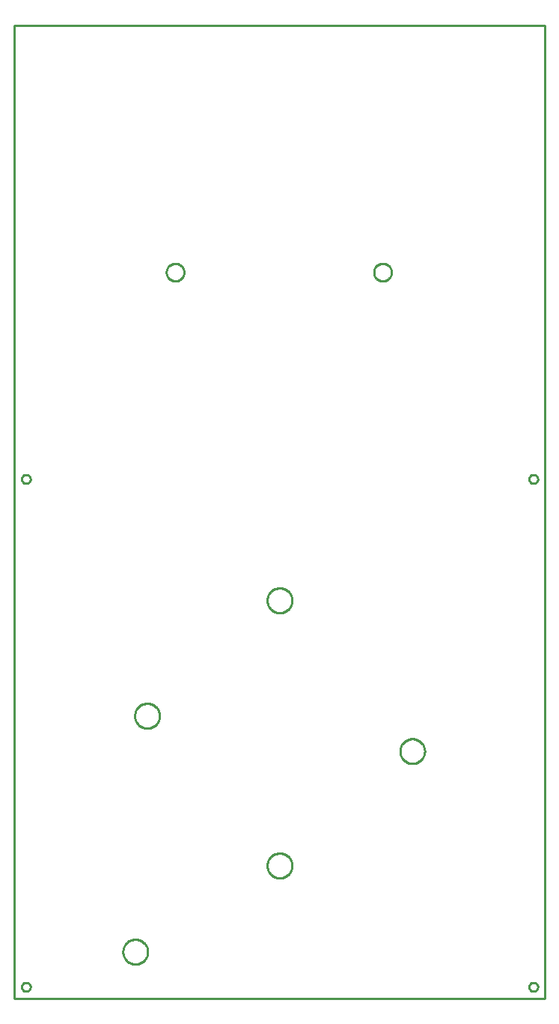
<source format=gbr>
G04 EAGLE Gerber RS-274X export*
G75*
%MOMM*%
%FSLAX34Y34*%
%LPD*%
%IN*%
%IPPOS*%
%AMOC8*
5,1,8,0,0,1.08239X$1,22.5*%
G01*
%ADD10C,0.254000*%


D10*
X0Y0D02*
X600020Y0D01*
X600020Y1100000D01*
X0Y1099800D01*
X0Y0D01*
X150790Y53224D02*
X150719Y54222D01*
X150576Y55211D01*
X150364Y56189D01*
X150082Y57148D01*
X149733Y58085D01*
X149317Y58995D01*
X148838Y59872D01*
X148297Y60714D01*
X147698Y61514D01*
X147043Y62270D01*
X146336Y62977D01*
X145580Y63632D01*
X144780Y64231D01*
X143938Y64772D01*
X143061Y65251D01*
X142151Y65667D01*
X141214Y66016D01*
X140255Y66298D01*
X139277Y66510D01*
X138288Y66653D01*
X137290Y66724D01*
X136290Y66724D01*
X135293Y66653D01*
X134303Y66510D01*
X133326Y66298D01*
X132366Y66016D01*
X131429Y65667D01*
X130519Y65251D01*
X129642Y64772D01*
X128800Y64231D01*
X128000Y63632D01*
X127244Y62977D01*
X126537Y62270D01*
X125882Y61514D01*
X125283Y60714D01*
X124742Y59872D01*
X124263Y58995D01*
X123847Y58085D01*
X123498Y57148D01*
X123216Y56189D01*
X123004Y55211D01*
X122861Y54222D01*
X122790Y53224D01*
X122790Y52224D01*
X122861Y51227D01*
X123004Y50237D01*
X123216Y49260D01*
X123498Y48300D01*
X123847Y47363D01*
X124263Y46453D01*
X124742Y45576D01*
X125283Y44734D01*
X125882Y43934D01*
X126537Y43178D01*
X127244Y42471D01*
X128000Y41816D01*
X128800Y41217D01*
X129642Y40676D01*
X130519Y40197D01*
X131429Y39781D01*
X132366Y39432D01*
X133326Y39150D01*
X134303Y38938D01*
X135293Y38795D01*
X136290Y38724D01*
X137290Y38724D01*
X138288Y38795D01*
X139277Y38938D01*
X140255Y39150D01*
X141214Y39432D01*
X142151Y39781D01*
X143061Y40197D01*
X143938Y40676D01*
X144780Y41217D01*
X145580Y41816D01*
X146336Y42471D01*
X147043Y43178D01*
X147698Y43934D01*
X148297Y44734D01*
X148838Y45576D01*
X149317Y46453D01*
X149733Y47363D01*
X150082Y48300D01*
X150364Y49260D01*
X150576Y50237D01*
X150719Y51227D01*
X150790Y52224D01*
X150790Y53224D01*
X191850Y820368D02*
X191774Y819499D01*
X191622Y818639D01*
X191396Y817795D01*
X191098Y816975D01*
X190729Y816183D01*
X190292Y815427D01*
X189791Y814712D01*
X189230Y814043D01*
X188612Y813425D01*
X187943Y812864D01*
X187228Y812363D01*
X186472Y811926D01*
X185680Y811557D01*
X184860Y811259D01*
X184016Y811033D01*
X183157Y810881D01*
X182287Y810805D01*
X181413Y810805D01*
X180544Y810881D01*
X179684Y811033D01*
X178840Y811259D01*
X178020Y811557D01*
X177228Y811926D01*
X176472Y812363D01*
X175757Y812864D01*
X175088Y813425D01*
X174470Y814043D01*
X173909Y814712D01*
X173408Y815427D01*
X172971Y816183D01*
X172602Y816975D01*
X172304Y817795D01*
X172078Y818639D01*
X171926Y819499D01*
X171850Y820368D01*
X171850Y821242D01*
X171926Y822112D01*
X172078Y822971D01*
X172304Y823815D01*
X172602Y824635D01*
X172971Y825427D01*
X173408Y826183D01*
X173909Y826898D01*
X174470Y827567D01*
X175088Y828185D01*
X175757Y828746D01*
X176472Y829247D01*
X177228Y829684D01*
X178020Y830053D01*
X178840Y830351D01*
X179684Y830577D01*
X180544Y830729D01*
X181413Y830805D01*
X182287Y830805D01*
X183157Y830729D01*
X184016Y830577D01*
X184860Y830351D01*
X185680Y830053D01*
X186472Y829684D01*
X187228Y829247D01*
X187943Y828746D01*
X188612Y828185D01*
X189230Y827567D01*
X189791Y826898D01*
X190292Y826183D01*
X190729Y825427D01*
X191098Y824635D01*
X191396Y823815D01*
X191622Y822971D01*
X191774Y822112D01*
X191850Y821242D01*
X191850Y820368D01*
X426610Y820368D02*
X426534Y819499D01*
X426382Y818639D01*
X426156Y817795D01*
X425858Y816975D01*
X425489Y816183D01*
X425052Y815427D01*
X424551Y814712D01*
X423990Y814043D01*
X423372Y813425D01*
X422703Y812864D01*
X421988Y812363D01*
X421232Y811926D01*
X420440Y811557D01*
X419620Y811259D01*
X418776Y811033D01*
X417917Y810881D01*
X417047Y810805D01*
X416173Y810805D01*
X415304Y810881D01*
X414444Y811033D01*
X413600Y811259D01*
X412780Y811557D01*
X411988Y811926D01*
X411232Y812363D01*
X410517Y812864D01*
X409848Y813425D01*
X409230Y814043D01*
X408669Y814712D01*
X408168Y815427D01*
X407731Y816183D01*
X407362Y816975D01*
X407064Y817795D01*
X406838Y818639D01*
X406686Y819499D01*
X406610Y820368D01*
X406610Y821242D01*
X406686Y822112D01*
X406838Y822971D01*
X407064Y823815D01*
X407362Y824635D01*
X407731Y825427D01*
X408168Y826183D01*
X408669Y826898D01*
X409230Y827567D01*
X409848Y828185D01*
X410517Y828746D01*
X411232Y829247D01*
X411988Y829684D01*
X412780Y830053D01*
X413600Y830351D01*
X414444Y830577D01*
X415304Y830729D01*
X416173Y830805D01*
X417047Y830805D01*
X417917Y830729D01*
X418776Y830577D01*
X419620Y830351D01*
X420440Y830053D01*
X421232Y829684D01*
X421988Y829247D01*
X422703Y828746D01*
X423372Y828185D01*
X423990Y827567D01*
X424551Y826898D01*
X425052Y826183D01*
X425489Y825427D01*
X425858Y824635D01*
X426156Y823815D01*
X426382Y822971D01*
X426534Y822112D01*
X426610Y821242D01*
X426610Y820368D01*
X586799Y582080D02*
X586241Y582143D01*
X585694Y582268D01*
X585164Y582453D01*
X584658Y582697D01*
X584182Y582996D01*
X583743Y583346D01*
X583346Y583743D01*
X582996Y584182D01*
X582697Y584658D01*
X582453Y585164D01*
X582268Y585694D01*
X582143Y586241D01*
X582080Y586799D01*
X582080Y587361D01*
X582143Y587919D01*
X582268Y588466D01*
X582453Y588996D01*
X582697Y589502D01*
X582996Y589978D01*
X583346Y590417D01*
X583743Y590814D01*
X584182Y591164D01*
X584658Y591463D01*
X585164Y591707D01*
X585694Y591892D01*
X586241Y592017D01*
X586799Y592080D01*
X587361Y592080D01*
X587919Y592017D01*
X588466Y591892D01*
X588996Y591707D01*
X589502Y591463D01*
X589978Y591164D01*
X590417Y590814D01*
X590814Y590417D01*
X591164Y589978D01*
X591463Y589502D01*
X591707Y588996D01*
X591892Y588466D01*
X592017Y587919D01*
X592080Y587361D01*
X592080Y586799D01*
X592017Y586241D01*
X591892Y585694D01*
X591707Y585164D01*
X591463Y584658D01*
X591164Y584182D01*
X590814Y583743D01*
X590417Y583346D01*
X589978Y582996D01*
X589502Y582697D01*
X588996Y582453D01*
X588466Y582268D01*
X587919Y582143D01*
X587361Y582080D01*
X586799Y582080D01*
X586799Y8080D02*
X586241Y8143D01*
X585694Y8268D01*
X585164Y8453D01*
X584658Y8697D01*
X584182Y8996D01*
X583743Y9346D01*
X583346Y9743D01*
X582996Y10182D01*
X582697Y10658D01*
X582453Y11164D01*
X582268Y11694D01*
X582143Y12241D01*
X582080Y12799D01*
X582080Y13361D01*
X582143Y13919D01*
X582268Y14466D01*
X582453Y14996D01*
X582697Y15502D01*
X582996Y15978D01*
X583346Y16417D01*
X583743Y16814D01*
X584182Y17164D01*
X584658Y17463D01*
X585164Y17707D01*
X585694Y17892D01*
X586241Y18017D01*
X586799Y18080D01*
X587361Y18080D01*
X587919Y18017D01*
X588466Y17892D01*
X588996Y17707D01*
X589502Y17463D01*
X589978Y17164D01*
X590417Y16814D01*
X590814Y16417D01*
X591164Y15978D01*
X591463Y15502D01*
X591707Y14996D01*
X591892Y14466D01*
X592017Y13919D01*
X592080Y13361D01*
X592080Y12799D01*
X592017Y12241D01*
X591892Y11694D01*
X591707Y11164D01*
X591463Y10658D01*
X591164Y10182D01*
X590814Y9743D01*
X590417Y9346D01*
X589978Y8996D01*
X589502Y8697D01*
X588996Y8453D01*
X588466Y8268D01*
X587919Y8143D01*
X587361Y8080D01*
X586799Y8080D01*
X12799Y582080D02*
X12241Y582143D01*
X11694Y582268D01*
X11164Y582453D01*
X10658Y582697D01*
X10182Y582996D01*
X9743Y583346D01*
X9346Y583743D01*
X8996Y584182D01*
X8697Y584658D01*
X8453Y585164D01*
X8268Y585694D01*
X8143Y586241D01*
X8080Y586799D01*
X8080Y587361D01*
X8143Y587919D01*
X8268Y588466D01*
X8453Y588996D01*
X8697Y589502D01*
X8996Y589978D01*
X9346Y590417D01*
X9743Y590814D01*
X10182Y591164D01*
X10658Y591463D01*
X11164Y591707D01*
X11694Y591892D01*
X12241Y592017D01*
X12799Y592080D01*
X13361Y592080D01*
X13919Y592017D01*
X14466Y591892D01*
X14996Y591707D01*
X15502Y591463D01*
X15978Y591164D01*
X16417Y590814D01*
X16814Y590417D01*
X17164Y589978D01*
X17463Y589502D01*
X17707Y588996D01*
X17892Y588466D01*
X18017Y587919D01*
X18080Y587361D01*
X18080Y586799D01*
X18017Y586241D01*
X17892Y585694D01*
X17707Y585164D01*
X17463Y584658D01*
X17164Y584182D01*
X16814Y583743D01*
X16417Y583346D01*
X15978Y582996D01*
X15502Y582697D01*
X14996Y582453D01*
X14466Y582268D01*
X13919Y582143D01*
X13361Y582080D01*
X12799Y582080D01*
X12799Y8080D02*
X12241Y8143D01*
X11694Y8268D01*
X11164Y8453D01*
X10658Y8697D01*
X10182Y8996D01*
X9743Y9346D01*
X9346Y9743D01*
X8996Y10182D01*
X8697Y10658D01*
X8453Y11164D01*
X8268Y11694D01*
X8143Y12241D01*
X8080Y12799D01*
X8080Y13361D01*
X8143Y13919D01*
X8268Y14466D01*
X8453Y14996D01*
X8697Y15502D01*
X8996Y15978D01*
X9346Y16417D01*
X9743Y16814D01*
X10182Y17164D01*
X10658Y17463D01*
X11164Y17707D01*
X11694Y17892D01*
X12241Y18017D01*
X12799Y18080D01*
X13361Y18080D01*
X13919Y18017D01*
X14466Y17892D01*
X14996Y17707D01*
X15502Y17463D01*
X15978Y17164D01*
X16417Y16814D01*
X16814Y16417D01*
X17164Y15978D01*
X17463Y15502D01*
X17707Y14996D01*
X17892Y14466D01*
X18017Y13919D01*
X18080Y13361D01*
X18080Y12799D01*
X18017Y12241D01*
X17892Y11694D01*
X17707Y11164D01*
X17463Y10658D01*
X17164Y10182D01*
X16814Y9743D01*
X16417Y9346D01*
X15978Y8996D01*
X15502Y8697D01*
X14996Y8453D01*
X14466Y8268D01*
X13919Y8143D01*
X13361Y8080D01*
X12799Y8080D01*
X299567Y435905D02*
X298570Y435976D01*
X297580Y436119D01*
X296603Y436331D01*
X295643Y436613D01*
X294706Y436962D01*
X293796Y437378D01*
X292919Y437857D01*
X292077Y438398D01*
X291277Y438997D01*
X290521Y439652D01*
X289814Y440359D01*
X289159Y441115D01*
X288560Y441915D01*
X288019Y442757D01*
X287540Y443634D01*
X287124Y444544D01*
X286775Y445481D01*
X286493Y446441D01*
X286281Y447418D01*
X286138Y448408D01*
X286067Y449405D01*
X286067Y450405D01*
X286138Y451403D01*
X286281Y452392D01*
X286493Y453370D01*
X286775Y454329D01*
X287124Y455266D01*
X287540Y456176D01*
X288019Y457053D01*
X288560Y457895D01*
X289159Y458695D01*
X289814Y459451D01*
X290521Y460158D01*
X291277Y460813D01*
X292077Y461412D01*
X292919Y461953D01*
X293796Y462432D01*
X294706Y462848D01*
X295643Y463197D01*
X296603Y463479D01*
X297580Y463691D01*
X298570Y463834D01*
X299567Y463905D01*
X300567Y463905D01*
X301565Y463834D01*
X302554Y463691D01*
X303532Y463479D01*
X304491Y463197D01*
X305428Y462848D01*
X306338Y462432D01*
X307215Y461953D01*
X308057Y461412D01*
X308857Y460813D01*
X309613Y460158D01*
X310320Y459451D01*
X310975Y458695D01*
X311574Y457895D01*
X312115Y457053D01*
X312594Y456176D01*
X313010Y455266D01*
X313359Y454329D01*
X313641Y453370D01*
X313853Y452392D01*
X313996Y451403D01*
X314067Y450405D01*
X314067Y449405D01*
X313996Y448408D01*
X313853Y447418D01*
X313641Y446441D01*
X313359Y445481D01*
X313010Y444544D01*
X312594Y443634D01*
X312115Y442757D01*
X311574Y441915D01*
X310975Y441115D01*
X310320Y440359D01*
X309613Y439652D01*
X308857Y438997D01*
X308057Y438398D01*
X307215Y437857D01*
X306338Y437378D01*
X305428Y436962D01*
X304491Y436613D01*
X303532Y436331D01*
X302554Y436119D01*
X301565Y435976D01*
X300567Y435905D01*
X299567Y435905D01*
X299567Y136185D02*
X298570Y136256D01*
X297580Y136399D01*
X296603Y136611D01*
X295643Y136893D01*
X294706Y137242D01*
X293796Y137658D01*
X292919Y138137D01*
X292077Y138678D01*
X291277Y139277D01*
X290521Y139932D01*
X289814Y140639D01*
X289159Y141395D01*
X288560Y142195D01*
X288019Y143037D01*
X287540Y143914D01*
X287124Y144824D01*
X286775Y145761D01*
X286493Y146721D01*
X286281Y147698D01*
X286138Y148688D01*
X286067Y149685D01*
X286067Y150685D01*
X286138Y151683D01*
X286281Y152672D01*
X286493Y153650D01*
X286775Y154609D01*
X287124Y155546D01*
X287540Y156456D01*
X288019Y157333D01*
X288560Y158175D01*
X289159Y158975D01*
X289814Y159731D01*
X290521Y160438D01*
X291277Y161093D01*
X292077Y161692D01*
X292919Y162233D01*
X293796Y162712D01*
X294706Y163128D01*
X295643Y163477D01*
X296603Y163759D01*
X297580Y163971D01*
X298570Y164114D01*
X299567Y164185D01*
X300567Y164185D01*
X301565Y164114D01*
X302554Y163971D01*
X303532Y163759D01*
X304491Y163477D01*
X305428Y163128D01*
X306338Y162712D01*
X307215Y162233D01*
X308057Y161692D01*
X308857Y161093D01*
X309613Y160438D01*
X310320Y159731D01*
X310975Y158975D01*
X311574Y158175D01*
X312115Y157333D01*
X312594Y156456D01*
X313010Y155546D01*
X313359Y154609D01*
X313641Y153650D01*
X313853Y152672D01*
X313996Y151683D01*
X314067Y150685D01*
X314067Y149685D01*
X313996Y148688D01*
X313853Y147698D01*
X313641Y146721D01*
X313359Y145761D01*
X313010Y144824D01*
X312594Y143914D01*
X312115Y143037D01*
X311574Y142195D01*
X310975Y141395D01*
X310320Y140639D01*
X309613Y139932D01*
X308857Y139277D01*
X308057Y138678D01*
X307215Y138137D01*
X306338Y137658D01*
X305428Y137242D01*
X304491Y136893D01*
X303532Y136611D01*
X302554Y136399D01*
X301565Y136256D01*
X300567Y136185D01*
X299567Y136185D01*
X449707Y265445D02*
X448710Y265516D01*
X447720Y265659D01*
X446743Y265871D01*
X445783Y266153D01*
X444846Y266502D01*
X443936Y266918D01*
X443059Y267397D01*
X442217Y267938D01*
X441417Y268537D01*
X440661Y269192D01*
X439954Y269899D01*
X439299Y270655D01*
X438700Y271455D01*
X438159Y272297D01*
X437680Y273174D01*
X437264Y274084D01*
X436915Y275021D01*
X436633Y275981D01*
X436421Y276958D01*
X436278Y277948D01*
X436207Y278945D01*
X436207Y279945D01*
X436278Y280943D01*
X436421Y281932D01*
X436633Y282910D01*
X436915Y283869D01*
X437264Y284806D01*
X437680Y285716D01*
X438159Y286593D01*
X438700Y287435D01*
X439299Y288235D01*
X439954Y288991D01*
X440661Y289698D01*
X441417Y290353D01*
X442217Y290952D01*
X443059Y291493D01*
X443936Y291972D01*
X444846Y292388D01*
X445783Y292737D01*
X446743Y293019D01*
X447720Y293231D01*
X448710Y293374D01*
X449707Y293445D01*
X450707Y293445D01*
X451705Y293374D01*
X452694Y293231D01*
X453672Y293019D01*
X454631Y292737D01*
X455568Y292388D01*
X456478Y291972D01*
X457355Y291493D01*
X458197Y290952D01*
X458997Y290353D01*
X459753Y289698D01*
X460460Y288991D01*
X461115Y288235D01*
X461714Y287435D01*
X462255Y286593D01*
X462734Y285716D01*
X463150Y284806D01*
X463499Y283869D01*
X463781Y282910D01*
X463993Y281932D01*
X464136Y280943D01*
X464207Y279945D01*
X464207Y278945D01*
X464136Y277948D01*
X463993Y276958D01*
X463781Y275981D01*
X463499Y275021D01*
X463150Y274084D01*
X462734Y273174D01*
X462255Y272297D01*
X461714Y271455D01*
X461115Y270655D01*
X460460Y269899D01*
X459753Y269192D01*
X458997Y268537D01*
X458197Y267938D01*
X457355Y267397D01*
X456478Y266918D01*
X455568Y266502D01*
X454631Y266153D01*
X453672Y265871D01*
X452694Y265659D01*
X451705Y265516D01*
X450707Y265445D01*
X449707Y265445D01*
X149707Y305445D02*
X148710Y305516D01*
X147720Y305659D01*
X146743Y305871D01*
X145783Y306153D01*
X144846Y306502D01*
X143936Y306918D01*
X143059Y307397D01*
X142217Y307938D01*
X141417Y308537D01*
X140661Y309192D01*
X139954Y309899D01*
X139299Y310655D01*
X138700Y311455D01*
X138159Y312297D01*
X137680Y313174D01*
X137264Y314084D01*
X136915Y315021D01*
X136633Y315981D01*
X136421Y316958D01*
X136278Y317948D01*
X136207Y318945D01*
X136207Y319945D01*
X136278Y320943D01*
X136421Y321932D01*
X136633Y322910D01*
X136915Y323869D01*
X137264Y324806D01*
X137680Y325716D01*
X138159Y326593D01*
X138700Y327435D01*
X139299Y328235D01*
X139954Y328991D01*
X140661Y329698D01*
X141417Y330353D01*
X142217Y330952D01*
X143059Y331493D01*
X143936Y331972D01*
X144846Y332388D01*
X145783Y332737D01*
X146743Y333019D01*
X147720Y333231D01*
X148710Y333374D01*
X149707Y333445D01*
X150707Y333445D01*
X151705Y333374D01*
X152694Y333231D01*
X153672Y333019D01*
X154631Y332737D01*
X155568Y332388D01*
X156478Y331972D01*
X157355Y331493D01*
X158197Y330952D01*
X158997Y330353D01*
X159753Y329698D01*
X160460Y328991D01*
X161115Y328235D01*
X161714Y327435D01*
X162255Y326593D01*
X162734Y325716D01*
X163150Y324806D01*
X163499Y323869D01*
X163781Y322910D01*
X163993Y321932D01*
X164136Y320943D01*
X164207Y319945D01*
X164207Y318945D01*
X164136Y317948D01*
X163993Y316958D01*
X163781Y315981D01*
X163499Y315021D01*
X163150Y314084D01*
X162734Y313174D01*
X162255Y312297D01*
X161714Y311455D01*
X161115Y310655D01*
X160460Y309899D01*
X159753Y309192D01*
X158997Y308537D01*
X158197Y307938D01*
X157355Y307397D01*
X156478Y306918D01*
X155568Y306502D01*
X154631Y306153D01*
X153672Y305871D01*
X152694Y305659D01*
X151705Y305516D01*
X150707Y305445D01*
X149707Y305445D01*
M02*

</source>
